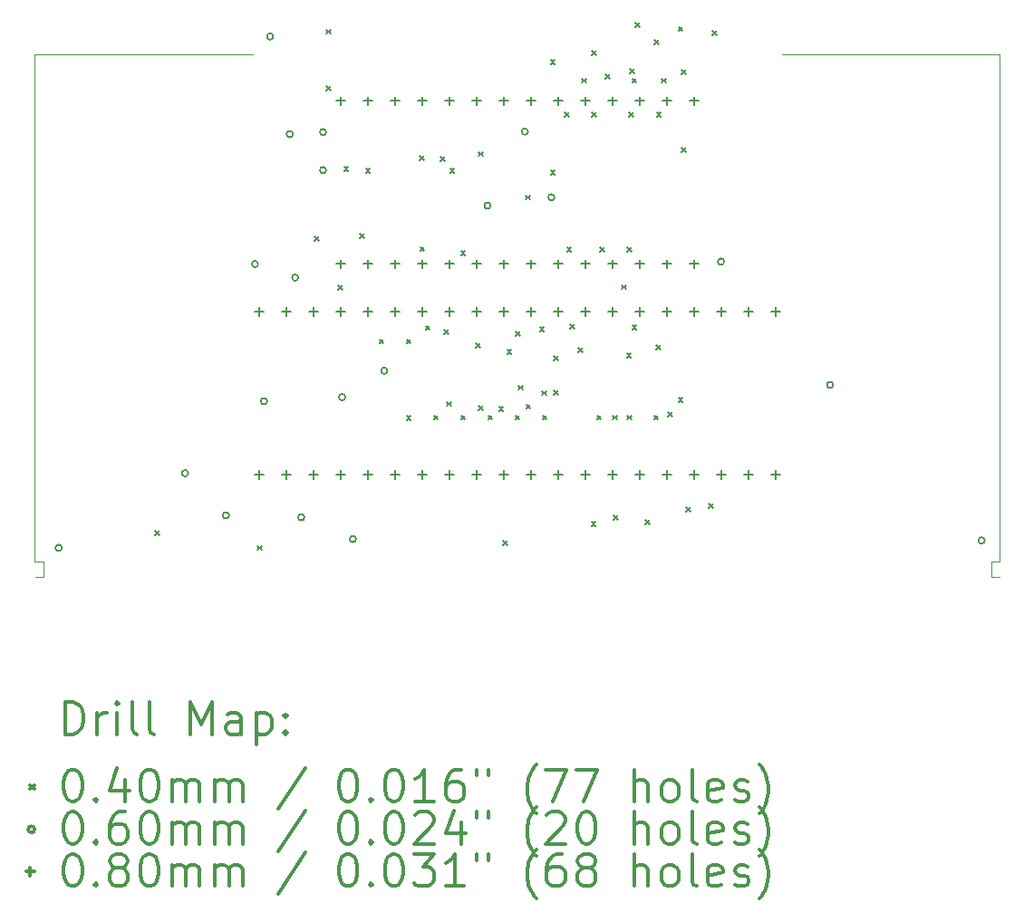
<source format=gbr>
%FSLAX45Y45*%
G04 Gerber Fmt 4.5, Leading zero omitted, Abs format (unit mm)*
G04 Created by KiCad (PCBNEW (5.1.9)-1) date 2021-06-11 00:57:44*
%MOMM*%
%LPD*%
G01*
G04 APERTURE LIST*
%TA.AperFunction,Profile*%
%ADD10C,0.050000*%
%TD*%
%ADD11C,0.200000*%
%ADD12C,0.300000*%
G04 APERTURE END LIST*
D10*
X19494500Y-6488000D02*
X17459101Y-6488000D01*
X19494500Y-11226800D02*
X19494500Y-6488000D01*
X10477500Y-6488000D02*
X12512899Y-6488000D01*
X10477500Y-11226800D02*
X10477500Y-6488000D01*
X10560050Y-11372850D02*
X10479162Y-11374025D01*
X10560050Y-11226800D02*
X10560050Y-11372850D01*
X10560050Y-11226800D02*
X10477500Y-11226800D01*
X19494500Y-11226800D02*
X19411950Y-11226800D01*
X19411950Y-11372850D02*
X19411950Y-11226800D01*
X19492625Y-11374000D02*
X19411950Y-11372850D01*
D11*
X11600500Y-10940100D02*
X11640500Y-10980100D01*
X11640500Y-10940100D02*
X11600500Y-10980100D01*
X12559350Y-11079800D02*
X12599350Y-11119800D01*
X12599350Y-11079800D02*
X12559350Y-11119800D01*
X13092750Y-8190550D02*
X13132750Y-8230550D01*
X13132750Y-8190550D02*
X13092750Y-8230550D01*
X13200700Y-6253800D02*
X13240700Y-6293800D01*
X13240700Y-6253800D02*
X13200700Y-6293800D01*
X13200700Y-6780850D02*
X13240700Y-6820850D01*
X13240700Y-6780850D02*
X13200700Y-6820850D01*
X13308650Y-8647750D02*
X13348650Y-8687750D01*
X13348650Y-8647750D02*
X13308650Y-8687750D01*
X13365800Y-7536500D02*
X13405800Y-7576500D01*
X13405800Y-7536500D02*
X13365800Y-7576500D01*
X13511850Y-8165150D02*
X13551850Y-8205150D01*
X13551850Y-8165150D02*
X13511850Y-8205150D01*
X13569000Y-7555550D02*
X13609000Y-7595550D01*
X13609000Y-7555550D02*
X13569000Y-7595550D01*
X13696000Y-9149400D02*
X13736000Y-9189400D01*
X13736000Y-9149400D02*
X13696000Y-9189400D01*
X13950000Y-9149400D02*
X13990000Y-9189400D01*
X13990000Y-9149400D02*
X13950000Y-9189400D01*
X13950000Y-9866950D02*
X13990000Y-9906950D01*
X13990000Y-9866950D02*
X13950000Y-9906950D01*
X14070650Y-7434900D02*
X14110650Y-7474900D01*
X14110650Y-7434900D02*
X14070650Y-7474900D01*
X14077000Y-8285800D02*
X14117000Y-8325800D01*
X14117000Y-8285800D02*
X14077000Y-8325800D01*
X14127800Y-9022400D02*
X14167800Y-9062400D01*
X14167800Y-9022400D02*
X14127800Y-9062400D01*
X14204000Y-9860600D02*
X14244000Y-9900600D01*
X14244000Y-9860600D02*
X14204000Y-9900600D01*
X14267500Y-7441250D02*
X14307500Y-7481250D01*
X14307500Y-7441250D02*
X14267500Y-7481250D01*
X14299250Y-9060500D02*
X14339250Y-9100500D01*
X14339250Y-9060500D02*
X14299250Y-9100500D01*
X14324650Y-9733600D02*
X14364650Y-9773600D01*
X14364650Y-9733600D02*
X14324650Y-9773600D01*
X14356400Y-7555550D02*
X14396400Y-7595550D01*
X14396400Y-7555550D02*
X14356400Y-7595550D01*
X14458000Y-8323900D02*
X14498000Y-8363900D01*
X14498000Y-8323900D02*
X14458000Y-8363900D01*
X14458000Y-9860600D02*
X14498000Y-9900600D01*
X14498000Y-9860600D02*
X14458000Y-9900600D01*
X14597700Y-9187500D02*
X14637700Y-9227500D01*
X14637700Y-9187500D02*
X14597700Y-9227500D01*
X14623100Y-7396800D02*
X14663100Y-7436800D01*
X14663100Y-7396800D02*
X14623100Y-7436800D01*
X14623100Y-9771700D02*
X14663100Y-9811700D01*
X14663100Y-9771700D02*
X14623100Y-9811700D01*
X14712000Y-9860600D02*
X14752000Y-9900600D01*
X14752000Y-9860600D02*
X14712000Y-9900600D01*
X14813600Y-9778050D02*
X14853600Y-9818050D01*
X14853600Y-9778050D02*
X14813600Y-9818050D01*
X14851700Y-11035350D02*
X14891700Y-11075350D01*
X14891700Y-11035350D02*
X14851700Y-11075350D01*
X14889800Y-9244650D02*
X14929800Y-9284650D01*
X14929800Y-9244650D02*
X14889800Y-9284650D01*
X14966000Y-9860600D02*
X15006000Y-9900600D01*
X15006000Y-9860600D02*
X14966000Y-9900600D01*
X14972350Y-9079550D02*
X15012350Y-9119550D01*
X15012350Y-9079550D02*
X14972350Y-9119550D01*
X14997750Y-9581200D02*
X15037750Y-9621200D01*
X15037750Y-9581200D02*
X14997750Y-9621200D01*
X15061250Y-7803200D02*
X15101250Y-7843200D01*
X15101250Y-7803200D02*
X15061250Y-7843200D01*
X15067600Y-9759000D02*
X15107600Y-9799000D01*
X15107600Y-9759000D02*
X15067600Y-9799000D01*
X15194600Y-9035100D02*
X15234600Y-9075100D01*
X15234600Y-9035100D02*
X15194600Y-9075100D01*
X15213650Y-9632000D02*
X15253650Y-9672000D01*
X15253650Y-9632000D02*
X15213650Y-9672000D01*
X15220000Y-9860600D02*
X15260000Y-9900600D01*
X15260000Y-9860600D02*
X15220000Y-9900600D01*
X15296200Y-6539550D02*
X15336200Y-6579550D01*
X15336200Y-6539550D02*
X15296200Y-6579550D01*
X15296200Y-7568250D02*
X15336200Y-7608250D01*
X15336200Y-7568250D02*
X15296200Y-7608250D01*
X15327950Y-9308150D02*
X15367950Y-9348150D01*
X15367950Y-9308150D02*
X15327950Y-9348150D01*
X15327950Y-9625650D02*
X15367950Y-9665650D01*
X15367950Y-9625650D02*
X15327950Y-9665650D01*
X15429550Y-7028500D02*
X15469550Y-7068500D01*
X15469550Y-7028500D02*
X15429550Y-7068500D01*
X15448600Y-8292150D02*
X15488600Y-8332150D01*
X15488600Y-8292150D02*
X15448600Y-8332150D01*
X15480350Y-9009700D02*
X15520350Y-9049700D01*
X15520350Y-9009700D02*
X15480350Y-9049700D01*
X15556550Y-9231950D02*
X15596550Y-9271950D01*
X15596550Y-9231950D02*
X15556550Y-9271950D01*
X15588300Y-6711000D02*
X15628300Y-6751000D01*
X15628300Y-6711000D02*
X15588300Y-6751000D01*
X15677200Y-10857550D02*
X15717200Y-10897550D01*
X15717200Y-10857550D02*
X15677200Y-10897550D01*
X15683550Y-6450650D02*
X15723550Y-6490650D01*
X15723550Y-6450650D02*
X15683550Y-6490650D01*
X15683550Y-7028500D02*
X15723550Y-7068500D01*
X15723550Y-7028500D02*
X15683550Y-7068500D01*
X15728000Y-9860600D02*
X15768000Y-9900600D01*
X15768000Y-9860600D02*
X15728000Y-9900600D01*
X15759750Y-8292150D02*
X15799750Y-8332150D01*
X15799750Y-8292150D02*
X15759750Y-8332150D01*
X15810550Y-6672900D02*
X15850550Y-6712900D01*
X15850550Y-6672900D02*
X15810550Y-6712900D01*
X15874050Y-9860600D02*
X15914050Y-9900600D01*
X15914050Y-9860600D02*
X15874050Y-9900600D01*
X15886750Y-10794050D02*
X15926750Y-10834050D01*
X15926750Y-10794050D02*
X15886750Y-10834050D01*
X15962950Y-8641400D02*
X16002950Y-8681400D01*
X16002950Y-8641400D02*
X15962950Y-8681400D01*
X16007400Y-9282750D02*
X16047400Y-9322750D01*
X16047400Y-9282750D02*
X16007400Y-9322750D01*
X16013750Y-8292150D02*
X16053750Y-8332150D01*
X16053750Y-8292150D02*
X16013750Y-8332150D01*
X16013750Y-9860600D02*
X16053750Y-9900600D01*
X16053750Y-9860600D02*
X16013750Y-9900600D01*
X16026450Y-7028500D02*
X16066450Y-7068500D01*
X16066450Y-7028500D02*
X16026450Y-7068500D01*
X16039150Y-6622100D02*
X16079150Y-6662100D01*
X16079150Y-6622100D02*
X16039150Y-6662100D01*
X16058200Y-6711000D02*
X16098200Y-6751000D01*
X16098200Y-6711000D02*
X16058200Y-6751000D01*
X16058200Y-9016050D02*
X16098200Y-9056050D01*
X16098200Y-9016050D02*
X16058200Y-9056050D01*
X16089950Y-6190300D02*
X16129950Y-6230300D01*
X16129950Y-6190300D02*
X16089950Y-6230300D01*
X16178850Y-10838500D02*
X16218850Y-10878500D01*
X16218850Y-10838500D02*
X16178850Y-10878500D01*
X16261400Y-9860600D02*
X16301400Y-9900600D01*
X16301400Y-9860600D02*
X16261400Y-9900600D01*
X16267750Y-6349050D02*
X16307750Y-6389050D01*
X16307750Y-6349050D02*
X16267750Y-6389050D01*
X16280450Y-9206550D02*
X16320450Y-9246550D01*
X16320450Y-9206550D02*
X16280450Y-9246550D01*
X16286800Y-7028500D02*
X16326800Y-7068500D01*
X16326800Y-7028500D02*
X16286800Y-7068500D01*
X16331250Y-6711000D02*
X16371250Y-6751000D01*
X16371250Y-6711000D02*
X16331250Y-6751000D01*
X16394750Y-9828850D02*
X16434750Y-9868850D01*
X16434750Y-9828850D02*
X16394750Y-9868850D01*
X16490000Y-6228400D02*
X16530000Y-6268400D01*
X16530000Y-6228400D02*
X16490000Y-6268400D01*
X16490000Y-9695500D02*
X16530000Y-9735500D01*
X16530000Y-9695500D02*
X16490000Y-9735500D01*
X16521750Y-6628450D02*
X16561750Y-6668450D01*
X16561750Y-6628450D02*
X16521750Y-6668450D01*
X16521750Y-7358700D02*
X16561750Y-7398700D01*
X16561750Y-7358700D02*
X16521750Y-7398700D01*
X16559850Y-10717850D02*
X16599850Y-10757850D01*
X16599850Y-10717850D02*
X16559850Y-10757850D01*
X16775750Y-10686100D02*
X16815750Y-10726100D01*
X16815750Y-10686100D02*
X16775750Y-10726100D01*
X16807500Y-6266500D02*
X16847500Y-6306500D01*
X16847500Y-6266500D02*
X16807500Y-6306500D01*
X10729750Y-11099800D02*
G75*
G03*
X10729750Y-11099800I-30000J0D01*
G01*
X11910850Y-10401300D02*
G75*
G03*
X11910850Y-10401300I-30000J0D01*
G01*
X12291850Y-10795000D02*
G75*
G03*
X12291850Y-10795000I-30000J0D01*
G01*
X12564000Y-8446400D02*
G75*
G03*
X12564000Y-8446400I-30000J0D01*
G01*
X12647450Y-9728200D02*
G75*
G03*
X12647450Y-9728200I-30000J0D01*
G01*
X12704600Y-6318250D02*
G75*
G03*
X12704600Y-6318250I-30000J0D01*
G01*
X12889200Y-7232200D02*
G75*
G03*
X12889200Y-7232200I-30000J0D01*
G01*
X12939550Y-8572500D02*
G75*
G03*
X12939550Y-8572500I-30000J0D01*
G01*
X12996700Y-10814050D02*
G75*
G03*
X12996700Y-10814050I-30000J0D01*
G01*
X13199900Y-7213600D02*
G75*
G03*
X13199900Y-7213600I-30000J0D01*
G01*
X13199900Y-7569200D02*
G75*
G03*
X13199900Y-7569200I-30000J0D01*
G01*
X13377700Y-9690100D02*
G75*
G03*
X13377700Y-9690100I-30000J0D01*
G01*
X13479300Y-11017250D02*
G75*
G03*
X13479300Y-11017250I-30000J0D01*
G01*
X13771400Y-9442450D02*
G75*
G03*
X13771400Y-9442450I-30000J0D01*
G01*
X14736600Y-7899400D02*
G75*
G03*
X14736600Y-7899400I-30000J0D01*
G01*
X15085850Y-7207250D02*
G75*
G03*
X15085850Y-7207250I-30000J0D01*
G01*
X15333500Y-7823200D02*
G75*
G03*
X15333500Y-7823200I-30000J0D01*
G01*
X16918275Y-8423725D02*
G75*
G03*
X16918275Y-8423725I-30000J0D01*
G01*
X17937000Y-9575800D02*
G75*
G03*
X17937000Y-9575800I-30000J0D01*
G01*
X19353050Y-11029950D02*
G75*
G03*
X19353050Y-11029950I-30000J0D01*
G01*
X12573000Y-8850000D02*
X12573000Y-8930000D01*
X12533000Y-8890000D02*
X12613000Y-8890000D01*
X12573000Y-10374000D02*
X12573000Y-10454000D01*
X12533000Y-10414000D02*
X12613000Y-10414000D01*
X12827000Y-8850000D02*
X12827000Y-8930000D01*
X12787000Y-8890000D02*
X12867000Y-8890000D01*
X12827000Y-10374000D02*
X12827000Y-10454000D01*
X12787000Y-10414000D02*
X12867000Y-10414000D01*
X13081000Y-8850000D02*
X13081000Y-8930000D01*
X13041000Y-8890000D02*
X13121000Y-8890000D01*
X13081000Y-10374000D02*
X13081000Y-10454000D01*
X13041000Y-10414000D02*
X13121000Y-10414000D01*
X13335000Y-6881500D02*
X13335000Y-6961500D01*
X13295000Y-6921500D02*
X13375000Y-6921500D01*
X13335000Y-8405500D02*
X13335000Y-8485500D01*
X13295000Y-8445500D02*
X13375000Y-8445500D01*
X13335000Y-8850000D02*
X13335000Y-8930000D01*
X13295000Y-8890000D02*
X13375000Y-8890000D01*
X13335000Y-10374000D02*
X13335000Y-10454000D01*
X13295000Y-10414000D02*
X13375000Y-10414000D01*
X13589000Y-6881500D02*
X13589000Y-6961500D01*
X13549000Y-6921500D02*
X13629000Y-6921500D01*
X13589000Y-8405500D02*
X13589000Y-8485500D01*
X13549000Y-8445500D02*
X13629000Y-8445500D01*
X13589000Y-8850000D02*
X13589000Y-8930000D01*
X13549000Y-8890000D02*
X13629000Y-8890000D01*
X13589000Y-10374000D02*
X13589000Y-10454000D01*
X13549000Y-10414000D02*
X13629000Y-10414000D01*
X13843000Y-6881500D02*
X13843000Y-6961500D01*
X13803000Y-6921500D02*
X13883000Y-6921500D01*
X13843000Y-8405500D02*
X13843000Y-8485500D01*
X13803000Y-8445500D02*
X13883000Y-8445500D01*
X13843000Y-8850000D02*
X13843000Y-8930000D01*
X13803000Y-8890000D02*
X13883000Y-8890000D01*
X13843000Y-10374000D02*
X13843000Y-10454000D01*
X13803000Y-10414000D02*
X13883000Y-10414000D01*
X14097000Y-6881500D02*
X14097000Y-6961500D01*
X14057000Y-6921500D02*
X14137000Y-6921500D01*
X14097000Y-8405500D02*
X14097000Y-8485500D01*
X14057000Y-8445500D02*
X14137000Y-8445500D01*
X14097000Y-8850000D02*
X14097000Y-8930000D01*
X14057000Y-8890000D02*
X14137000Y-8890000D01*
X14097000Y-10374000D02*
X14097000Y-10454000D01*
X14057000Y-10414000D02*
X14137000Y-10414000D01*
X14351000Y-6881500D02*
X14351000Y-6961500D01*
X14311000Y-6921500D02*
X14391000Y-6921500D01*
X14351000Y-8405500D02*
X14351000Y-8485500D01*
X14311000Y-8445500D02*
X14391000Y-8445500D01*
X14351000Y-8850000D02*
X14351000Y-8930000D01*
X14311000Y-8890000D02*
X14391000Y-8890000D01*
X14351000Y-10374000D02*
X14351000Y-10454000D01*
X14311000Y-10414000D02*
X14391000Y-10414000D01*
X14605000Y-6881500D02*
X14605000Y-6961500D01*
X14565000Y-6921500D02*
X14645000Y-6921500D01*
X14605000Y-8405500D02*
X14605000Y-8485500D01*
X14565000Y-8445500D02*
X14645000Y-8445500D01*
X14605000Y-8850000D02*
X14605000Y-8930000D01*
X14565000Y-8890000D02*
X14645000Y-8890000D01*
X14605000Y-10374000D02*
X14605000Y-10454000D01*
X14565000Y-10414000D02*
X14645000Y-10414000D01*
X14859000Y-6881500D02*
X14859000Y-6961500D01*
X14819000Y-6921500D02*
X14899000Y-6921500D01*
X14859000Y-8405500D02*
X14859000Y-8485500D01*
X14819000Y-8445500D02*
X14899000Y-8445500D01*
X14859000Y-8850000D02*
X14859000Y-8930000D01*
X14819000Y-8890000D02*
X14899000Y-8890000D01*
X14859000Y-10374000D02*
X14859000Y-10454000D01*
X14819000Y-10414000D02*
X14899000Y-10414000D01*
X15113000Y-6881500D02*
X15113000Y-6961500D01*
X15073000Y-6921500D02*
X15153000Y-6921500D01*
X15113000Y-8405500D02*
X15113000Y-8485500D01*
X15073000Y-8445500D02*
X15153000Y-8445500D01*
X15113000Y-8850000D02*
X15113000Y-8930000D01*
X15073000Y-8890000D02*
X15153000Y-8890000D01*
X15113000Y-10374000D02*
X15113000Y-10454000D01*
X15073000Y-10414000D02*
X15153000Y-10414000D01*
X15367000Y-6881500D02*
X15367000Y-6961500D01*
X15327000Y-6921500D02*
X15407000Y-6921500D01*
X15367000Y-8405500D02*
X15367000Y-8485500D01*
X15327000Y-8445500D02*
X15407000Y-8445500D01*
X15367000Y-8850000D02*
X15367000Y-8930000D01*
X15327000Y-8890000D02*
X15407000Y-8890000D01*
X15367000Y-10374000D02*
X15367000Y-10454000D01*
X15327000Y-10414000D02*
X15407000Y-10414000D01*
X15621000Y-6881500D02*
X15621000Y-6961500D01*
X15581000Y-6921500D02*
X15661000Y-6921500D01*
X15621000Y-8405500D02*
X15621000Y-8485500D01*
X15581000Y-8445500D02*
X15661000Y-8445500D01*
X15621000Y-8850000D02*
X15621000Y-8930000D01*
X15581000Y-8890000D02*
X15661000Y-8890000D01*
X15621000Y-10374000D02*
X15621000Y-10454000D01*
X15581000Y-10414000D02*
X15661000Y-10414000D01*
X15875000Y-6881500D02*
X15875000Y-6961500D01*
X15835000Y-6921500D02*
X15915000Y-6921500D01*
X15875000Y-8405500D02*
X15875000Y-8485500D01*
X15835000Y-8445500D02*
X15915000Y-8445500D01*
X15875000Y-8850000D02*
X15875000Y-8930000D01*
X15835000Y-8890000D02*
X15915000Y-8890000D01*
X15875000Y-10374000D02*
X15875000Y-10454000D01*
X15835000Y-10414000D02*
X15915000Y-10414000D01*
X16129000Y-6881500D02*
X16129000Y-6961500D01*
X16089000Y-6921500D02*
X16169000Y-6921500D01*
X16129000Y-8405500D02*
X16129000Y-8485500D01*
X16089000Y-8445500D02*
X16169000Y-8445500D01*
X16129000Y-8850000D02*
X16129000Y-8930000D01*
X16089000Y-8890000D02*
X16169000Y-8890000D01*
X16129000Y-10374000D02*
X16129000Y-10454000D01*
X16089000Y-10414000D02*
X16169000Y-10414000D01*
X16383000Y-6881500D02*
X16383000Y-6961500D01*
X16343000Y-6921500D02*
X16423000Y-6921500D01*
X16383000Y-8405500D02*
X16383000Y-8485500D01*
X16343000Y-8445500D02*
X16423000Y-8445500D01*
X16383000Y-8850000D02*
X16383000Y-8930000D01*
X16343000Y-8890000D02*
X16423000Y-8890000D01*
X16383000Y-10374000D02*
X16383000Y-10454000D01*
X16343000Y-10414000D02*
X16423000Y-10414000D01*
X16637000Y-6881500D02*
X16637000Y-6961500D01*
X16597000Y-6921500D02*
X16677000Y-6921500D01*
X16637000Y-8405500D02*
X16637000Y-8485500D01*
X16597000Y-8445500D02*
X16677000Y-8445500D01*
X16637000Y-8850000D02*
X16637000Y-8930000D01*
X16597000Y-8890000D02*
X16677000Y-8890000D01*
X16637000Y-10374000D02*
X16637000Y-10454000D01*
X16597000Y-10414000D02*
X16677000Y-10414000D01*
X16891000Y-8850000D02*
X16891000Y-8930000D01*
X16851000Y-8890000D02*
X16931000Y-8890000D01*
X16891000Y-10374000D02*
X16891000Y-10454000D01*
X16851000Y-10414000D02*
X16931000Y-10414000D01*
X17145000Y-8850000D02*
X17145000Y-8930000D01*
X17105000Y-8890000D02*
X17185000Y-8890000D01*
X17145000Y-10374000D02*
X17145000Y-10454000D01*
X17105000Y-10414000D02*
X17185000Y-10414000D01*
X17399000Y-8850000D02*
X17399000Y-8930000D01*
X17359000Y-8890000D02*
X17439000Y-8890000D01*
X17399000Y-10374000D02*
X17399000Y-10454000D01*
X17359000Y-10414000D02*
X17439000Y-10414000D01*
D12*
X10761428Y-12840246D02*
X10761428Y-12540246D01*
X10832857Y-12540246D01*
X10875714Y-12554532D01*
X10904286Y-12583103D01*
X10918571Y-12611675D01*
X10932857Y-12668818D01*
X10932857Y-12711675D01*
X10918571Y-12768818D01*
X10904286Y-12797389D01*
X10875714Y-12825961D01*
X10832857Y-12840246D01*
X10761428Y-12840246D01*
X11061428Y-12840246D02*
X11061428Y-12640246D01*
X11061428Y-12697389D02*
X11075714Y-12668818D01*
X11090000Y-12654532D01*
X11118571Y-12640246D01*
X11147143Y-12640246D01*
X11247143Y-12840246D02*
X11247143Y-12640246D01*
X11247143Y-12540246D02*
X11232857Y-12554532D01*
X11247143Y-12568818D01*
X11261428Y-12554532D01*
X11247143Y-12540246D01*
X11247143Y-12568818D01*
X11432857Y-12840246D02*
X11404286Y-12825961D01*
X11390000Y-12797389D01*
X11390000Y-12540246D01*
X11590000Y-12840246D02*
X11561428Y-12825961D01*
X11547143Y-12797389D01*
X11547143Y-12540246D01*
X11932857Y-12840246D02*
X11932857Y-12540246D01*
X12032857Y-12754532D01*
X12132857Y-12540246D01*
X12132857Y-12840246D01*
X12404286Y-12840246D02*
X12404286Y-12683103D01*
X12390000Y-12654532D01*
X12361428Y-12640246D01*
X12304286Y-12640246D01*
X12275714Y-12654532D01*
X12404286Y-12825961D02*
X12375714Y-12840246D01*
X12304286Y-12840246D01*
X12275714Y-12825961D01*
X12261428Y-12797389D01*
X12261428Y-12768818D01*
X12275714Y-12740246D01*
X12304286Y-12725961D01*
X12375714Y-12725961D01*
X12404286Y-12711675D01*
X12547143Y-12640246D02*
X12547143Y-12940246D01*
X12547143Y-12654532D02*
X12575714Y-12640246D01*
X12632857Y-12640246D01*
X12661428Y-12654532D01*
X12675714Y-12668818D01*
X12690000Y-12697389D01*
X12690000Y-12783103D01*
X12675714Y-12811675D01*
X12661428Y-12825961D01*
X12632857Y-12840246D01*
X12575714Y-12840246D01*
X12547143Y-12825961D01*
X12818571Y-12811675D02*
X12832857Y-12825961D01*
X12818571Y-12840246D01*
X12804286Y-12825961D01*
X12818571Y-12811675D01*
X12818571Y-12840246D01*
X12818571Y-12654532D02*
X12832857Y-12668818D01*
X12818571Y-12683103D01*
X12804286Y-12668818D01*
X12818571Y-12654532D01*
X12818571Y-12683103D01*
X10435000Y-13314532D02*
X10475000Y-13354532D01*
X10475000Y-13314532D02*
X10435000Y-13354532D01*
X10818571Y-13170246D02*
X10847143Y-13170246D01*
X10875714Y-13184532D01*
X10890000Y-13198818D01*
X10904286Y-13227389D01*
X10918571Y-13284532D01*
X10918571Y-13355961D01*
X10904286Y-13413103D01*
X10890000Y-13441675D01*
X10875714Y-13455961D01*
X10847143Y-13470246D01*
X10818571Y-13470246D01*
X10790000Y-13455961D01*
X10775714Y-13441675D01*
X10761428Y-13413103D01*
X10747143Y-13355961D01*
X10747143Y-13284532D01*
X10761428Y-13227389D01*
X10775714Y-13198818D01*
X10790000Y-13184532D01*
X10818571Y-13170246D01*
X11047143Y-13441675D02*
X11061428Y-13455961D01*
X11047143Y-13470246D01*
X11032857Y-13455961D01*
X11047143Y-13441675D01*
X11047143Y-13470246D01*
X11318571Y-13270246D02*
X11318571Y-13470246D01*
X11247143Y-13155961D02*
X11175714Y-13370246D01*
X11361428Y-13370246D01*
X11532857Y-13170246D02*
X11561428Y-13170246D01*
X11590000Y-13184532D01*
X11604286Y-13198818D01*
X11618571Y-13227389D01*
X11632857Y-13284532D01*
X11632857Y-13355961D01*
X11618571Y-13413103D01*
X11604286Y-13441675D01*
X11590000Y-13455961D01*
X11561428Y-13470246D01*
X11532857Y-13470246D01*
X11504286Y-13455961D01*
X11490000Y-13441675D01*
X11475714Y-13413103D01*
X11461428Y-13355961D01*
X11461428Y-13284532D01*
X11475714Y-13227389D01*
X11490000Y-13198818D01*
X11504286Y-13184532D01*
X11532857Y-13170246D01*
X11761428Y-13470246D02*
X11761428Y-13270246D01*
X11761428Y-13298818D02*
X11775714Y-13284532D01*
X11804286Y-13270246D01*
X11847143Y-13270246D01*
X11875714Y-13284532D01*
X11890000Y-13313103D01*
X11890000Y-13470246D01*
X11890000Y-13313103D02*
X11904286Y-13284532D01*
X11932857Y-13270246D01*
X11975714Y-13270246D01*
X12004286Y-13284532D01*
X12018571Y-13313103D01*
X12018571Y-13470246D01*
X12161428Y-13470246D02*
X12161428Y-13270246D01*
X12161428Y-13298818D02*
X12175714Y-13284532D01*
X12204286Y-13270246D01*
X12247143Y-13270246D01*
X12275714Y-13284532D01*
X12290000Y-13313103D01*
X12290000Y-13470246D01*
X12290000Y-13313103D02*
X12304286Y-13284532D01*
X12332857Y-13270246D01*
X12375714Y-13270246D01*
X12404286Y-13284532D01*
X12418571Y-13313103D01*
X12418571Y-13470246D01*
X13004286Y-13155961D02*
X12747143Y-13541675D01*
X13390000Y-13170246D02*
X13418571Y-13170246D01*
X13447143Y-13184532D01*
X13461428Y-13198818D01*
X13475714Y-13227389D01*
X13490000Y-13284532D01*
X13490000Y-13355961D01*
X13475714Y-13413103D01*
X13461428Y-13441675D01*
X13447143Y-13455961D01*
X13418571Y-13470246D01*
X13390000Y-13470246D01*
X13361428Y-13455961D01*
X13347143Y-13441675D01*
X13332857Y-13413103D01*
X13318571Y-13355961D01*
X13318571Y-13284532D01*
X13332857Y-13227389D01*
X13347143Y-13198818D01*
X13361428Y-13184532D01*
X13390000Y-13170246D01*
X13618571Y-13441675D02*
X13632857Y-13455961D01*
X13618571Y-13470246D01*
X13604286Y-13455961D01*
X13618571Y-13441675D01*
X13618571Y-13470246D01*
X13818571Y-13170246D02*
X13847143Y-13170246D01*
X13875714Y-13184532D01*
X13890000Y-13198818D01*
X13904286Y-13227389D01*
X13918571Y-13284532D01*
X13918571Y-13355961D01*
X13904286Y-13413103D01*
X13890000Y-13441675D01*
X13875714Y-13455961D01*
X13847143Y-13470246D01*
X13818571Y-13470246D01*
X13790000Y-13455961D01*
X13775714Y-13441675D01*
X13761428Y-13413103D01*
X13747143Y-13355961D01*
X13747143Y-13284532D01*
X13761428Y-13227389D01*
X13775714Y-13198818D01*
X13790000Y-13184532D01*
X13818571Y-13170246D01*
X14204286Y-13470246D02*
X14032857Y-13470246D01*
X14118571Y-13470246D02*
X14118571Y-13170246D01*
X14090000Y-13213103D01*
X14061428Y-13241675D01*
X14032857Y-13255961D01*
X14461428Y-13170246D02*
X14404286Y-13170246D01*
X14375714Y-13184532D01*
X14361428Y-13198818D01*
X14332857Y-13241675D01*
X14318571Y-13298818D01*
X14318571Y-13413103D01*
X14332857Y-13441675D01*
X14347143Y-13455961D01*
X14375714Y-13470246D01*
X14432857Y-13470246D01*
X14461428Y-13455961D01*
X14475714Y-13441675D01*
X14490000Y-13413103D01*
X14490000Y-13341675D01*
X14475714Y-13313103D01*
X14461428Y-13298818D01*
X14432857Y-13284532D01*
X14375714Y-13284532D01*
X14347143Y-13298818D01*
X14332857Y-13313103D01*
X14318571Y-13341675D01*
X14604286Y-13170246D02*
X14604286Y-13227389D01*
X14718571Y-13170246D02*
X14718571Y-13227389D01*
X15161428Y-13584532D02*
X15147143Y-13570246D01*
X15118571Y-13527389D01*
X15104286Y-13498818D01*
X15090000Y-13455961D01*
X15075714Y-13384532D01*
X15075714Y-13327389D01*
X15090000Y-13255961D01*
X15104286Y-13213103D01*
X15118571Y-13184532D01*
X15147143Y-13141675D01*
X15161428Y-13127389D01*
X15247143Y-13170246D02*
X15447143Y-13170246D01*
X15318571Y-13470246D01*
X15532857Y-13170246D02*
X15732857Y-13170246D01*
X15604286Y-13470246D01*
X16075714Y-13470246D02*
X16075714Y-13170246D01*
X16204286Y-13470246D02*
X16204286Y-13313103D01*
X16190000Y-13284532D01*
X16161428Y-13270246D01*
X16118571Y-13270246D01*
X16090000Y-13284532D01*
X16075714Y-13298818D01*
X16390000Y-13470246D02*
X16361428Y-13455961D01*
X16347143Y-13441675D01*
X16332857Y-13413103D01*
X16332857Y-13327389D01*
X16347143Y-13298818D01*
X16361428Y-13284532D01*
X16390000Y-13270246D01*
X16432857Y-13270246D01*
X16461428Y-13284532D01*
X16475714Y-13298818D01*
X16490000Y-13327389D01*
X16490000Y-13413103D01*
X16475714Y-13441675D01*
X16461428Y-13455961D01*
X16432857Y-13470246D01*
X16390000Y-13470246D01*
X16661428Y-13470246D02*
X16632857Y-13455961D01*
X16618571Y-13427389D01*
X16618571Y-13170246D01*
X16890000Y-13455961D02*
X16861428Y-13470246D01*
X16804286Y-13470246D01*
X16775714Y-13455961D01*
X16761428Y-13427389D01*
X16761428Y-13313103D01*
X16775714Y-13284532D01*
X16804286Y-13270246D01*
X16861428Y-13270246D01*
X16890000Y-13284532D01*
X16904286Y-13313103D01*
X16904286Y-13341675D01*
X16761428Y-13370246D01*
X17018571Y-13455961D02*
X17047143Y-13470246D01*
X17104286Y-13470246D01*
X17132857Y-13455961D01*
X17147143Y-13427389D01*
X17147143Y-13413103D01*
X17132857Y-13384532D01*
X17104286Y-13370246D01*
X17061428Y-13370246D01*
X17032857Y-13355961D01*
X17018571Y-13327389D01*
X17018571Y-13313103D01*
X17032857Y-13284532D01*
X17061428Y-13270246D01*
X17104286Y-13270246D01*
X17132857Y-13284532D01*
X17247143Y-13584532D02*
X17261428Y-13570246D01*
X17290000Y-13527389D01*
X17304286Y-13498818D01*
X17318571Y-13455961D01*
X17332857Y-13384532D01*
X17332857Y-13327389D01*
X17318571Y-13255961D01*
X17304286Y-13213103D01*
X17290000Y-13184532D01*
X17261428Y-13141675D01*
X17247143Y-13127389D01*
X10475000Y-13730532D02*
G75*
G03*
X10475000Y-13730532I-30000J0D01*
G01*
X10818571Y-13566246D02*
X10847143Y-13566246D01*
X10875714Y-13580532D01*
X10890000Y-13594818D01*
X10904286Y-13623389D01*
X10918571Y-13680532D01*
X10918571Y-13751961D01*
X10904286Y-13809103D01*
X10890000Y-13837675D01*
X10875714Y-13851961D01*
X10847143Y-13866246D01*
X10818571Y-13866246D01*
X10790000Y-13851961D01*
X10775714Y-13837675D01*
X10761428Y-13809103D01*
X10747143Y-13751961D01*
X10747143Y-13680532D01*
X10761428Y-13623389D01*
X10775714Y-13594818D01*
X10790000Y-13580532D01*
X10818571Y-13566246D01*
X11047143Y-13837675D02*
X11061428Y-13851961D01*
X11047143Y-13866246D01*
X11032857Y-13851961D01*
X11047143Y-13837675D01*
X11047143Y-13866246D01*
X11318571Y-13566246D02*
X11261428Y-13566246D01*
X11232857Y-13580532D01*
X11218571Y-13594818D01*
X11190000Y-13637675D01*
X11175714Y-13694818D01*
X11175714Y-13809103D01*
X11190000Y-13837675D01*
X11204286Y-13851961D01*
X11232857Y-13866246D01*
X11290000Y-13866246D01*
X11318571Y-13851961D01*
X11332857Y-13837675D01*
X11347143Y-13809103D01*
X11347143Y-13737675D01*
X11332857Y-13709103D01*
X11318571Y-13694818D01*
X11290000Y-13680532D01*
X11232857Y-13680532D01*
X11204286Y-13694818D01*
X11190000Y-13709103D01*
X11175714Y-13737675D01*
X11532857Y-13566246D02*
X11561428Y-13566246D01*
X11590000Y-13580532D01*
X11604286Y-13594818D01*
X11618571Y-13623389D01*
X11632857Y-13680532D01*
X11632857Y-13751961D01*
X11618571Y-13809103D01*
X11604286Y-13837675D01*
X11590000Y-13851961D01*
X11561428Y-13866246D01*
X11532857Y-13866246D01*
X11504286Y-13851961D01*
X11490000Y-13837675D01*
X11475714Y-13809103D01*
X11461428Y-13751961D01*
X11461428Y-13680532D01*
X11475714Y-13623389D01*
X11490000Y-13594818D01*
X11504286Y-13580532D01*
X11532857Y-13566246D01*
X11761428Y-13866246D02*
X11761428Y-13666246D01*
X11761428Y-13694818D02*
X11775714Y-13680532D01*
X11804286Y-13666246D01*
X11847143Y-13666246D01*
X11875714Y-13680532D01*
X11890000Y-13709103D01*
X11890000Y-13866246D01*
X11890000Y-13709103D02*
X11904286Y-13680532D01*
X11932857Y-13666246D01*
X11975714Y-13666246D01*
X12004286Y-13680532D01*
X12018571Y-13709103D01*
X12018571Y-13866246D01*
X12161428Y-13866246D02*
X12161428Y-13666246D01*
X12161428Y-13694818D02*
X12175714Y-13680532D01*
X12204286Y-13666246D01*
X12247143Y-13666246D01*
X12275714Y-13680532D01*
X12290000Y-13709103D01*
X12290000Y-13866246D01*
X12290000Y-13709103D02*
X12304286Y-13680532D01*
X12332857Y-13666246D01*
X12375714Y-13666246D01*
X12404286Y-13680532D01*
X12418571Y-13709103D01*
X12418571Y-13866246D01*
X13004286Y-13551961D02*
X12747143Y-13937675D01*
X13390000Y-13566246D02*
X13418571Y-13566246D01*
X13447143Y-13580532D01*
X13461428Y-13594818D01*
X13475714Y-13623389D01*
X13490000Y-13680532D01*
X13490000Y-13751961D01*
X13475714Y-13809103D01*
X13461428Y-13837675D01*
X13447143Y-13851961D01*
X13418571Y-13866246D01*
X13390000Y-13866246D01*
X13361428Y-13851961D01*
X13347143Y-13837675D01*
X13332857Y-13809103D01*
X13318571Y-13751961D01*
X13318571Y-13680532D01*
X13332857Y-13623389D01*
X13347143Y-13594818D01*
X13361428Y-13580532D01*
X13390000Y-13566246D01*
X13618571Y-13837675D02*
X13632857Y-13851961D01*
X13618571Y-13866246D01*
X13604286Y-13851961D01*
X13618571Y-13837675D01*
X13618571Y-13866246D01*
X13818571Y-13566246D02*
X13847143Y-13566246D01*
X13875714Y-13580532D01*
X13890000Y-13594818D01*
X13904286Y-13623389D01*
X13918571Y-13680532D01*
X13918571Y-13751961D01*
X13904286Y-13809103D01*
X13890000Y-13837675D01*
X13875714Y-13851961D01*
X13847143Y-13866246D01*
X13818571Y-13866246D01*
X13790000Y-13851961D01*
X13775714Y-13837675D01*
X13761428Y-13809103D01*
X13747143Y-13751961D01*
X13747143Y-13680532D01*
X13761428Y-13623389D01*
X13775714Y-13594818D01*
X13790000Y-13580532D01*
X13818571Y-13566246D01*
X14032857Y-13594818D02*
X14047143Y-13580532D01*
X14075714Y-13566246D01*
X14147143Y-13566246D01*
X14175714Y-13580532D01*
X14190000Y-13594818D01*
X14204286Y-13623389D01*
X14204286Y-13651961D01*
X14190000Y-13694818D01*
X14018571Y-13866246D01*
X14204286Y-13866246D01*
X14461428Y-13666246D02*
X14461428Y-13866246D01*
X14390000Y-13551961D02*
X14318571Y-13766246D01*
X14504286Y-13766246D01*
X14604286Y-13566246D02*
X14604286Y-13623389D01*
X14718571Y-13566246D02*
X14718571Y-13623389D01*
X15161428Y-13980532D02*
X15147143Y-13966246D01*
X15118571Y-13923389D01*
X15104286Y-13894818D01*
X15090000Y-13851961D01*
X15075714Y-13780532D01*
X15075714Y-13723389D01*
X15090000Y-13651961D01*
X15104286Y-13609103D01*
X15118571Y-13580532D01*
X15147143Y-13537675D01*
X15161428Y-13523389D01*
X15261428Y-13594818D02*
X15275714Y-13580532D01*
X15304286Y-13566246D01*
X15375714Y-13566246D01*
X15404286Y-13580532D01*
X15418571Y-13594818D01*
X15432857Y-13623389D01*
X15432857Y-13651961D01*
X15418571Y-13694818D01*
X15247143Y-13866246D01*
X15432857Y-13866246D01*
X15618571Y-13566246D02*
X15647143Y-13566246D01*
X15675714Y-13580532D01*
X15690000Y-13594818D01*
X15704286Y-13623389D01*
X15718571Y-13680532D01*
X15718571Y-13751961D01*
X15704286Y-13809103D01*
X15690000Y-13837675D01*
X15675714Y-13851961D01*
X15647143Y-13866246D01*
X15618571Y-13866246D01*
X15590000Y-13851961D01*
X15575714Y-13837675D01*
X15561428Y-13809103D01*
X15547143Y-13751961D01*
X15547143Y-13680532D01*
X15561428Y-13623389D01*
X15575714Y-13594818D01*
X15590000Y-13580532D01*
X15618571Y-13566246D01*
X16075714Y-13866246D02*
X16075714Y-13566246D01*
X16204286Y-13866246D02*
X16204286Y-13709103D01*
X16190000Y-13680532D01*
X16161428Y-13666246D01*
X16118571Y-13666246D01*
X16090000Y-13680532D01*
X16075714Y-13694818D01*
X16390000Y-13866246D02*
X16361428Y-13851961D01*
X16347143Y-13837675D01*
X16332857Y-13809103D01*
X16332857Y-13723389D01*
X16347143Y-13694818D01*
X16361428Y-13680532D01*
X16390000Y-13666246D01*
X16432857Y-13666246D01*
X16461428Y-13680532D01*
X16475714Y-13694818D01*
X16490000Y-13723389D01*
X16490000Y-13809103D01*
X16475714Y-13837675D01*
X16461428Y-13851961D01*
X16432857Y-13866246D01*
X16390000Y-13866246D01*
X16661428Y-13866246D02*
X16632857Y-13851961D01*
X16618571Y-13823389D01*
X16618571Y-13566246D01*
X16890000Y-13851961D02*
X16861428Y-13866246D01*
X16804286Y-13866246D01*
X16775714Y-13851961D01*
X16761428Y-13823389D01*
X16761428Y-13709103D01*
X16775714Y-13680532D01*
X16804286Y-13666246D01*
X16861428Y-13666246D01*
X16890000Y-13680532D01*
X16904286Y-13709103D01*
X16904286Y-13737675D01*
X16761428Y-13766246D01*
X17018571Y-13851961D02*
X17047143Y-13866246D01*
X17104286Y-13866246D01*
X17132857Y-13851961D01*
X17147143Y-13823389D01*
X17147143Y-13809103D01*
X17132857Y-13780532D01*
X17104286Y-13766246D01*
X17061428Y-13766246D01*
X17032857Y-13751961D01*
X17018571Y-13723389D01*
X17018571Y-13709103D01*
X17032857Y-13680532D01*
X17061428Y-13666246D01*
X17104286Y-13666246D01*
X17132857Y-13680532D01*
X17247143Y-13980532D02*
X17261428Y-13966246D01*
X17290000Y-13923389D01*
X17304286Y-13894818D01*
X17318571Y-13851961D01*
X17332857Y-13780532D01*
X17332857Y-13723389D01*
X17318571Y-13651961D01*
X17304286Y-13609103D01*
X17290000Y-13580532D01*
X17261428Y-13537675D01*
X17247143Y-13523389D01*
X10435000Y-14086532D02*
X10435000Y-14166532D01*
X10395000Y-14126532D02*
X10475000Y-14126532D01*
X10818571Y-13962246D02*
X10847143Y-13962246D01*
X10875714Y-13976532D01*
X10890000Y-13990818D01*
X10904286Y-14019389D01*
X10918571Y-14076532D01*
X10918571Y-14147961D01*
X10904286Y-14205103D01*
X10890000Y-14233675D01*
X10875714Y-14247961D01*
X10847143Y-14262246D01*
X10818571Y-14262246D01*
X10790000Y-14247961D01*
X10775714Y-14233675D01*
X10761428Y-14205103D01*
X10747143Y-14147961D01*
X10747143Y-14076532D01*
X10761428Y-14019389D01*
X10775714Y-13990818D01*
X10790000Y-13976532D01*
X10818571Y-13962246D01*
X11047143Y-14233675D02*
X11061428Y-14247961D01*
X11047143Y-14262246D01*
X11032857Y-14247961D01*
X11047143Y-14233675D01*
X11047143Y-14262246D01*
X11232857Y-14090818D02*
X11204286Y-14076532D01*
X11190000Y-14062246D01*
X11175714Y-14033675D01*
X11175714Y-14019389D01*
X11190000Y-13990818D01*
X11204286Y-13976532D01*
X11232857Y-13962246D01*
X11290000Y-13962246D01*
X11318571Y-13976532D01*
X11332857Y-13990818D01*
X11347143Y-14019389D01*
X11347143Y-14033675D01*
X11332857Y-14062246D01*
X11318571Y-14076532D01*
X11290000Y-14090818D01*
X11232857Y-14090818D01*
X11204286Y-14105103D01*
X11190000Y-14119389D01*
X11175714Y-14147961D01*
X11175714Y-14205103D01*
X11190000Y-14233675D01*
X11204286Y-14247961D01*
X11232857Y-14262246D01*
X11290000Y-14262246D01*
X11318571Y-14247961D01*
X11332857Y-14233675D01*
X11347143Y-14205103D01*
X11347143Y-14147961D01*
X11332857Y-14119389D01*
X11318571Y-14105103D01*
X11290000Y-14090818D01*
X11532857Y-13962246D02*
X11561428Y-13962246D01*
X11590000Y-13976532D01*
X11604286Y-13990818D01*
X11618571Y-14019389D01*
X11632857Y-14076532D01*
X11632857Y-14147961D01*
X11618571Y-14205103D01*
X11604286Y-14233675D01*
X11590000Y-14247961D01*
X11561428Y-14262246D01*
X11532857Y-14262246D01*
X11504286Y-14247961D01*
X11490000Y-14233675D01*
X11475714Y-14205103D01*
X11461428Y-14147961D01*
X11461428Y-14076532D01*
X11475714Y-14019389D01*
X11490000Y-13990818D01*
X11504286Y-13976532D01*
X11532857Y-13962246D01*
X11761428Y-14262246D02*
X11761428Y-14062246D01*
X11761428Y-14090818D02*
X11775714Y-14076532D01*
X11804286Y-14062246D01*
X11847143Y-14062246D01*
X11875714Y-14076532D01*
X11890000Y-14105103D01*
X11890000Y-14262246D01*
X11890000Y-14105103D02*
X11904286Y-14076532D01*
X11932857Y-14062246D01*
X11975714Y-14062246D01*
X12004286Y-14076532D01*
X12018571Y-14105103D01*
X12018571Y-14262246D01*
X12161428Y-14262246D02*
X12161428Y-14062246D01*
X12161428Y-14090818D02*
X12175714Y-14076532D01*
X12204286Y-14062246D01*
X12247143Y-14062246D01*
X12275714Y-14076532D01*
X12290000Y-14105103D01*
X12290000Y-14262246D01*
X12290000Y-14105103D02*
X12304286Y-14076532D01*
X12332857Y-14062246D01*
X12375714Y-14062246D01*
X12404286Y-14076532D01*
X12418571Y-14105103D01*
X12418571Y-14262246D01*
X13004286Y-13947961D02*
X12747143Y-14333675D01*
X13390000Y-13962246D02*
X13418571Y-13962246D01*
X13447143Y-13976532D01*
X13461428Y-13990818D01*
X13475714Y-14019389D01*
X13490000Y-14076532D01*
X13490000Y-14147961D01*
X13475714Y-14205103D01*
X13461428Y-14233675D01*
X13447143Y-14247961D01*
X13418571Y-14262246D01*
X13390000Y-14262246D01*
X13361428Y-14247961D01*
X13347143Y-14233675D01*
X13332857Y-14205103D01*
X13318571Y-14147961D01*
X13318571Y-14076532D01*
X13332857Y-14019389D01*
X13347143Y-13990818D01*
X13361428Y-13976532D01*
X13390000Y-13962246D01*
X13618571Y-14233675D02*
X13632857Y-14247961D01*
X13618571Y-14262246D01*
X13604286Y-14247961D01*
X13618571Y-14233675D01*
X13618571Y-14262246D01*
X13818571Y-13962246D02*
X13847143Y-13962246D01*
X13875714Y-13976532D01*
X13890000Y-13990818D01*
X13904286Y-14019389D01*
X13918571Y-14076532D01*
X13918571Y-14147961D01*
X13904286Y-14205103D01*
X13890000Y-14233675D01*
X13875714Y-14247961D01*
X13847143Y-14262246D01*
X13818571Y-14262246D01*
X13790000Y-14247961D01*
X13775714Y-14233675D01*
X13761428Y-14205103D01*
X13747143Y-14147961D01*
X13747143Y-14076532D01*
X13761428Y-14019389D01*
X13775714Y-13990818D01*
X13790000Y-13976532D01*
X13818571Y-13962246D01*
X14018571Y-13962246D02*
X14204286Y-13962246D01*
X14104286Y-14076532D01*
X14147143Y-14076532D01*
X14175714Y-14090818D01*
X14190000Y-14105103D01*
X14204286Y-14133675D01*
X14204286Y-14205103D01*
X14190000Y-14233675D01*
X14175714Y-14247961D01*
X14147143Y-14262246D01*
X14061428Y-14262246D01*
X14032857Y-14247961D01*
X14018571Y-14233675D01*
X14490000Y-14262246D02*
X14318571Y-14262246D01*
X14404286Y-14262246D02*
X14404286Y-13962246D01*
X14375714Y-14005103D01*
X14347143Y-14033675D01*
X14318571Y-14047961D01*
X14604286Y-13962246D02*
X14604286Y-14019389D01*
X14718571Y-13962246D02*
X14718571Y-14019389D01*
X15161428Y-14376532D02*
X15147143Y-14362246D01*
X15118571Y-14319389D01*
X15104286Y-14290818D01*
X15090000Y-14247961D01*
X15075714Y-14176532D01*
X15075714Y-14119389D01*
X15090000Y-14047961D01*
X15104286Y-14005103D01*
X15118571Y-13976532D01*
X15147143Y-13933675D01*
X15161428Y-13919389D01*
X15404286Y-13962246D02*
X15347143Y-13962246D01*
X15318571Y-13976532D01*
X15304286Y-13990818D01*
X15275714Y-14033675D01*
X15261428Y-14090818D01*
X15261428Y-14205103D01*
X15275714Y-14233675D01*
X15290000Y-14247961D01*
X15318571Y-14262246D01*
X15375714Y-14262246D01*
X15404286Y-14247961D01*
X15418571Y-14233675D01*
X15432857Y-14205103D01*
X15432857Y-14133675D01*
X15418571Y-14105103D01*
X15404286Y-14090818D01*
X15375714Y-14076532D01*
X15318571Y-14076532D01*
X15290000Y-14090818D01*
X15275714Y-14105103D01*
X15261428Y-14133675D01*
X15604286Y-14090818D02*
X15575714Y-14076532D01*
X15561428Y-14062246D01*
X15547143Y-14033675D01*
X15547143Y-14019389D01*
X15561428Y-13990818D01*
X15575714Y-13976532D01*
X15604286Y-13962246D01*
X15661428Y-13962246D01*
X15690000Y-13976532D01*
X15704286Y-13990818D01*
X15718571Y-14019389D01*
X15718571Y-14033675D01*
X15704286Y-14062246D01*
X15690000Y-14076532D01*
X15661428Y-14090818D01*
X15604286Y-14090818D01*
X15575714Y-14105103D01*
X15561428Y-14119389D01*
X15547143Y-14147961D01*
X15547143Y-14205103D01*
X15561428Y-14233675D01*
X15575714Y-14247961D01*
X15604286Y-14262246D01*
X15661428Y-14262246D01*
X15690000Y-14247961D01*
X15704286Y-14233675D01*
X15718571Y-14205103D01*
X15718571Y-14147961D01*
X15704286Y-14119389D01*
X15690000Y-14105103D01*
X15661428Y-14090818D01*
X16075714Y-14262246D02*
X16075714Y-13962246D01*
X16204286Y-14262246D02*
X16204286Y-14105103D01*
X16190000Y-14076532D01*
X16161428Y-14062246D01*
X16118571Y-14062246D01*
X16090000Y-14076532D01*
X16075714Y-14090818D01*
X16390000Y-14262246D02*
X16361428Y-14247961D01*
X16347143Y-14233675D01*
X16332857Y-14205103D01*
X16332857Y-14119389D01*
X16347143Y-14090818D01*
X16361428Y-14076532D01*
X16390000Y-14062246D01*
X16432857Y-14062246D01*
X16461428Y-14076532D01*
X16475714Y-14090818D01*
X16490000Y-14119389D01*
X16490000Y-14205103D01*
X16475714Y-14233675D01*
X16461428Y-14247961D01*
X16432857Y-14262246D01*
X16390000Y-14262246D01*
X16661428Y-14262246D02*
X16632857Y-14247961D01*
X16618571Y-14219389D01*
X16618571Y-13962246D01*
X16890000Y-14247961D02*
X16861428Y-14262246D01*
X16804286Y-14262246D01*
X16775714Y-14247961D01*
X16761428Y-14219389D01*
X16761428Y-14105103D01*
X16775714Y-14076532D01*
X16804286Y-14062246D01*
X16861428Y-14062246D01*
X16890000Y-14076532D01*
X16904286Y-14105103D01*
X16904286Y-14133675D01*
X16761428Y-14162246D01*
X17018571Y-14247961D02*
X17047143Y-14262246D01*
X17104286Y-14262246D01*
X17132857Y-14247961D01*
X17147143Y-14219389D01*
X17147143Y-14205103D01*
X17132857Y-14176532D01*
X17104286Y-14162246D01*
X17061428Y-14162246D01*
X17032857Y-14147961D01*
X17018571Y-14119389D01*
X17018571Y-14105103D01*
X17032857Y-14076532D01*
X17061428Y-14062246D01*
X17104286Y-14062246D01*
X17132857Y-14076532D01*
X17247143Y-14376532D02*
X17261428Y-14362246D01*
X17290000Y-14319389D01*
X17304286Y-14290818D01*
X17318571Y-14247961D01*
X17332857Y-14176532D01*
X17332857Y-14119389D01*
X17318571Y-14047961D01*
X17304286Y-14005103D01*
X17290000Y-13976532D01*
X17261428Y-13933675D01*
X17247143Y-13919389D01*
M02*

</source>
